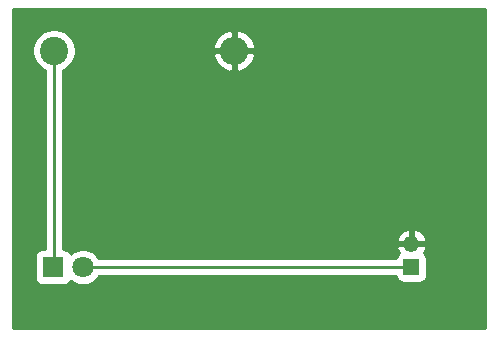
<source format=gbr>
%TF.GenerationSoftware,KiCad,Pcbnew,(5.1.6)-1*%
%TF.CreationDate,2022-01-09T20:52:29+09:00*%
%TF.ProjectId,kicad_exam01,6b696361-645f-4657-9861-6d30312e6b69,rev?*%
%TF.SameCoordinates,Original*%
%TF.FileFunction,Copper,L1,Top*%
%TF.FilePolarity,Positive*%
%FSLAX46Y46*%
G04 Gerber Fmt 4.6, Leading zero omitted, Abs format (unit mm)*
G04 Created by KiCad (PCBNEW (5.1.6)-1) date 2022-01-09 20:52:29*
%MOMM*%
%LPD*%
G01*
G04 APERTURE LIST*
%TA.AperFunction,ComponentPad*%
%ADD10R,1.800000X1.800000*%
%TD*%
%TA.AperFunction,ComponentPad*%
%ADD11C,1.800000*%
%TD*%
%TA.AperFunction,ComponentPad*%
%ADD12R,1.350000X1.350000*%
%TD*%
%TA.AperFunction,ComponentPad*%
%ADD13O,1.350000X1.350000*%
%TD*%
%TA.AperFunction,ComponentPad*%
%ADD14C,2.400000*%
%TD*%
%TA.AperFunction,ComponentPad*%
%ADD15O,2.400000X2.400000*%
%TD*%
%TA.AperFunction,Conductor*%
%ADD16C,0.250000*%
%TD*%
%TA.AperFunction,Conductor*%
%ADD17C,0.254000*%
%TD*%
G04 APERTURE END LIST*
D10*
%TO.P,D1,1*%
%TO.N,Net-(D1-Pad1)*%
X121234200Y-115138200D03*
D11*
%TO.P,D1,2*%
%TO.N,+5V*%
X123774200Y-115138200D03*
%TD*%
D12*
%TO.P,J1,1*%
%TO.N,+5V*%
X151587200Y-115138200D03*
D13*
%TO.P,J1,2*%
%TO.N,GND*%
X151587200Y-113138200D03*
%TD*%
D14*
%TO.P,R1,1*%
%TO.N,Net-(D1-Pad1)*%
X121335800Y-96799400D03*
D15*
%TO.P,R1,2*%
%TO.N,GND*%
X136575800Y-96799400D03*
%TD*%
D16*
%TO.N,Net-(D1-Pad1)*%
X121335800Y-115036600D02*
X121234200Y-115138200D01*
X121335800Y-96799400D02*
X121335800Y-115036600D01*
%TO.N,+5V*%
X123774200Y-115138200D02*
X151587200Y-115138200D01*
%TO.N,GND*%
X136601200Y-96774000D02*
X136575800Y-96799400D01*
%TD*%
D17*
%TO.N,GND*%
G36*
X157784800Y-120319800D02*
G01*
X117881400Y-120319800D01*
X117881400Y-96618668D01*
X119500800Y-96618668D01*
X119500800Y-96980132D01*
X119571318Y-97334650D01*
X119709644Y-97668599D01*
X119910462Y-97969144D01*
X120166056Y-98224738D01*
X120466601Y-98425556D01*
X120575800Y-98470788D01*
X120575801Y-113600128D01*
X120334200Y-113600128D01*
X120209718Y-113612388D01*
X120090020Y-113648698D01*
X119979706Y-113707663D01*
X119883015Y-113787015D01*
X119803663Y-113883706D01*
X119744698Y-113994020D01*
X119708388Y-114113718D01*
X119696128Y-114238200D01*
X119696128Y-116038200D01*
X119708388Y-116162682D01*
X119744698Y-116282380D01*
X119803663Y-116392694D01*
X119883015Y-116489385D01*
X119979706Y-116568737D01*
X120090020Y-116627702D01*
X120209718Y-116664012D01*
X120334200Y-116676272D01*
X122134200Y-116676272D01*
X122258682Y-116664012D01*
X122378380Y-116627702D01*
X122488694Y-116568737D01*
X122585385Y-116489385D01*
X122664737Y-116392694D01*
X122723702Y-116282380D01*
X122729256Y-116264073D01*
X122795695Y-116330512D01*
X123047105Y-116498499D01*
X123326457Y-116614211D01*
X123623016Y-116673200D01*
X123925384Y-116673200D01*
X124221943Y-116614211D01*
X124501295Y-116498499D01*
X124752705Y-116330512D01*
X124966512Y-116116705D01*
X125112513Y-115898200D01*
X150282499Y-115898200D01*
X150286388Y-115937682D01*
X150322698Y-116057380D01*
X150381663Y-116167694D01*
X150461015Y-116264385D01*
X150557706Y-116343737D01*
X150668020Y-116402702D01*
X150787718Y-116439012D01*
X150912200Y-116451272D01*
X152262200Y-116451272D01*
X152386682Y-116439012D01*
X152506380Y-116402702D01*
X152616694Y-116343737D01*
X152713385Y-116264385D01*
X152792737Y-116167694D01*
X152851702Y-116057380D01*
X152888012Y-115937682D01*
X152900272Y-115813200D01*
X152900272Y-114463200D01*
X152888012Y-114338718D01*
X152851702Y-114219020D01*
X152792737Y-114108706D01*
X152713385Y-114012015D01*
X152619641Y-113935081D01*
X152716673Y-113801829D01*
X152824438Y-113568728D01*
X152855110Y-113467600D01*
X152731424Y-113265200D01*
X151714200Y-113265200D01*
X151714200Y-113285200D01*
X151460200Y-113285200D01*
X151460200Y-113265200D01*
X150442976Y-113265200D01*
X150319290Y-113467600D01*
X150349962Y-113568728D01*
X150457727Y-113801829D01*
X150554759Y-113935081D01*
X150461015Y-114012015D01*
X150381663Y-114108706D01*
X150322698Y-114219020D01*
X150286388Y-114338718D01*
X150282499Y-114378200D01*
X125112513Y-114378200D01*
X124966512Y-114159695D01*
X124752705Y-113945888D01*
X124501295Y-113777901D01*
X124221943Y-113662189D01*
X123925384Y-113603200D01*
X123623016Y-113603200D01*
X123326457Y-113662189D01*
X123047105Y-113777901D01*
X122795695Y-113945888D01*
X122729256Y-114012327D01*
X122723702Y-113994020D01*
X122664737Y-113883706D01*
X122585385Y-113787015D01*
X122488694Y-113707663D01*
X122378380Y-113648698D01*
X122258682Y-113612388D01*
X122134200Y-113600128D01*
X122095800Y-113600128D01*
X122095800Y-112808800D01*
X150319290Y-112808800D01*
X150442976Y-113011200D01*
X151460200Y-113011200D01*
X151460200Y-111993115D01*
X151714200Y-111993115D01*
X151714200Y-113011200D01*
X152731424Y-113011200D01*
X152855110Y-112808800D01*
X152824438Y-112707672D01*
X152716673Y-112474571D01*
X152565503Y-112266973D01*
X152376737Y-112092856D01*
X152157630Y-111958911D01*
X151916601Y-111870285D01*
X151714200Y-111993115D01*
X151460200Y-111993115D01*
X151257799Y-111870285D01*
X151016770Y-111958911D01*
X150797663Y-112092856D01*
X150608897Y-112266973D01*
X150457727Y-112474571D01*
X150349962Y-112707672D01*
X150319290Y-112808800D01*
X122095800Y-112808800D01*
X122095800Y-98470788D01*
X122204999Y-98425556D01*
X122505544Y-98224738D01*
X122761138Y-97969144D01*
X122961956Y-97668599D01*
X123100282Y-97334650D01*
X123124836Y-97211205D01*
X134787605Y-97211205D01*
X134860179Y-97450466D01*
X135020161Y-97772657D01*
X135239925Y-98057446D01*
X135511026Y-98293889D01*
X135823046Y-98472900D01*
X136163994Y-98587599D01*
X136448800Y-98471254D01*
X136448800Y-96926400D01*
X136702800Y-96926400D01*
X136702800Y-98471254D01*
X136987606Y-98587599D01*
X137328554Y-98472900D01*
X137640574Y-98293889D01*
X137911675Y-98057446D01*
X138131439Y-97772657D01*
X138291421Y-97450466D01*
X138363995Y-97211205D01*
X138247232Y-96926400D01*
X136702800Y-96926400D01*
X136448800Y-96926400D01*
X134904368Y-96926400D01*
X134787605Y-97211205D01*
X123124836Y-97211205D01*
X123170800Y-96980132D01*
X123170800Y-96618668D01*
X123124837Y-96387595D01*
X134787605Y-96387595D01*
X134904368Y-96672400D01*
X136448800Y-96672400D01*
X136448800Y-95127546D01*
X136702800Y-95127546D01*
X136702800Y-96672400D01*
X138247232Y-96672400D01*
X138363995Y-96387595D01*
X138291421Y-96148334D01*
X138131439Y-95826143D01*
X137911675Y-95541354D01*
X137640574Y-95304911D01*
X137328554Y-95125900D01*
X136987606Y-95011201D01*
X136702800Y-95127546D01*
X136448800Y-95127546D01*
X136163994Y-95011201D01*
X135823046Y-95125900D01*
X135511026Y-95304911D01*
X135239925Y-95541354D01*
X135020161Y-95826143D01*
X134860179Y-96148334D01*
X134787605Y-96387595D01*
X123124837Y-96387595D01*
X123100282Y-96264150D01*
X122961956Y-95930201D01*
X122761138Y-95629656D01*
X122505544Y-95374062D01*
X122204999Y-95173244D01*
X121871050Y-95034918D01*
X121516532Y-94964400D01*
X121155068Y-94964400D01*
X120800550Y-95034918D01*
X120466601Y-95173244D01*
X120166056Y-95374062D01*
X119910462Y-95629656D01*
X119709644Y-95930201D01*
X119571318Y-96264150D01*
X119500800Y-96618668D01*
X117881400Y-96618668D01*
X117881400Y-93294200D01*
X157784800Y-93294200D01*
X157784800Y-120319800D01*
G37*
X157784800Y-120319800D02*
X117881400Y-120319800D01*
X117881400Y-96618668D01*
X119500800Y-96618668D01*
X119500800Y-96980132D01*
X119571318Y-97334650D01*
X119709644Y-97668599D01*
X119910462Y-97969144D01*
X120166056Y-98224738D01*
X120466601Y-98425556D01*
X120575800Y-98470788D01*
X120575801Y-113600128D01*
X120334200Y-113600128D01*
X120209718Y-113612388D01*
X120090020Y-113648698D01*
X119979706Y-113707663D01*
X119883015Y-113787015D01*
X119803663Y-113883706D01*
X119744698Y-113994020D01*
X119708388Y-114113718D01*
X119696128Y-114238200D01*
X119696128Y-116038200D01*
X119708388Y-116162682D01*
X119744698Y-116282380D01*
X119803663Y-116392694D01*
X119883015Y-116489385D01*
X119979706Y-116568737D01*
X120090020Y-116627702D01*
X120209718Y-116664012D01*
X120334200Y-116676272D01*
X122134200Y-116676272D01*
X122258682Y-116664012D01*
X122378380Y-116627702D01*
X122488694Y-116568737D01*
X122585385Y-116489385D01*
X122664737Y-116392694D01*
X122723702Y-116282380D01*
X122729256Y-116264073D01*
X122795695Y-116330512D01*
X123047105Y-116498499D01*
X123326457Y-116614211D01*
X123623016Y-116673200D01*
X123925384Y-116673200D01*
X124221943Y-116614211D01*
X124501295Y-116498499D01*
X124752705Y-116330512D01*
X124966512Y-116116705D01*
X125112513Y-115898200D01*
X150282499Y-115898200D01*
X150286388Y-115937682D01*
X150322698Y-116057380D01*
X150381663Y-116167694D01*
X150461015Y-116264385D01*
X150557706Y-116343737D01*
X150668020Y-116402702D01*
X150787718Y-116439012D01*
X150912200Y-116451272D01*
X152262200Y-116451272D01*
X152386682Y-116439012D01*
X152506380Y-116402702D01*
X152616694Y-116343737D01*
X152713385Y-116264385D01*
X152792737Y-116167694D01*
X152851702Y-116057380D01*
X152888012Y-115937682D01*
X152900272Y-115813200D01*
X152900272Y-114463200D01*
X152888012Y-114338718D01*
X152851702Y-114219020D01*
X152792737Y-114108706D01*
X152713385Y-114012015D01*
X152619641Y-113935081D01*
X152716673Y-113801829D01*
X152824438Y-113568728D01*
X152855110Y-113467600D01*
X152731424Y-113265200D01*
X151714200Y-113265200D01*
X151714200Y-113285200D01*
X151460200Y-113285200D01*
X151460200Y-113265200D01*
X150442976Y-113265200D01*
X150319290Y-113467600D01*
X150349962Y-113568728D01*
X150457727Y-113801829D01*
X150554759Y-113935081D01*
X150461015Y-114012015D01*
X150381663Y-114108706D01*
X150322698Y-114219020D01*
X150286388Y-114338718D01*
X150282499Y-114378200D01*
X125112513Y-114378200D01*
X124966512Y-114159695D01*
X124752705Y-113945888D01*
X124501295Y-113777901D01*
X124221943Y-113662189D01*
X123925384Y-113603200D01*
X123623016Y-113603200D01*
X123326457Y-113662189D01*
X123047105Y-113777901D01*
X122795695Y-113945888D01*
X122729256Y-114012327D01*
X122723702Y-113994020D01*
X122664737Y-113883706D01*
X122585385Y-113787015D01*
X122488694Y-113707663D01*
X122378380Y-113648698D01*
X122258682Y-113612388D01*
X122134200Y-113600128D01*
X122095800Y-113600128D01*
X122095800Y-112808800D01*
X150319290Y-112808800D01*
X150442976Y-113011200D01*
X151460200Y-113011200D01*
X151460200Y-111993115D01*
X151714200Y-111993115D01*
X151714200Y-113011200D01*
X152731424Y-113011200D01*
X152855110Y-112808800D01*
X152824438Y-112707672D01*
X152716673Y-112474571D01*
X152565503Y-112266973D01*
X152376737Y-112092856D01*
X152157630Y-111958911D01*
X151916601Y-111870285D01*
X151714200Y-111993115D01*
X151460200Y-111993115D01*
X151257799Y-111870285D01*
X151016770Y-111958911D01*
X150797663Y-112092856D01*
X150608897Y-112266973D01*
X150457727Y-112474571D01*
X150349962Y-112707672D01*
X150319290Y-112808800D01*
X122095800Y-112808800D01*
X122095800Y-98470788D01*
X122204999Y-98425556D01*
X122505544Y-98224738D01*
X122761138Y-97969144D01*
X122961956Y-97668599D01*
X123100282Y-97334650D01*
X123124836Y-97211205D01*
X134787605Y-97211205D01*
X134860179Y-97450466D01*
X135020161Y-97772657D01*
X135239925Y-98057446D01*
X135511026Y-98293889D01*
X135823046Y-98472900D01*
X136163994Y-98587599D01*
X136448800Y-98471254D01*
X136448800Y-96926400D01*
X136702800Y-96926400D01*
X136702800Y-98471254D01*
X136987606Y-98587599D01*
X137328554Y-98472900D01*
X137640574Y-98293889D01*
X137911675Y-98057446D01*
X138131439Y-97772657D01*
X138291421Y-97450466D01*
X138363995Y-97211205D01*
X138247232Y-96926400D01*
X136702800Y-96926400D01*
X136448800Y-96926400D01*
X134904368Y-96926400D01*
X134787605Y-97211205D01*
X123124836Y-97211205D01*
X123170800Y-96980132D01*
X123170800Y-96618668D01*
X123124837Y-96387595D01*
X134787605Y-96387595D01*
X134904368Y-96672400D01*
X136448800Y-96672400D01*
X136448800Y-95127546D01*
X136702800Y-95127546D01*
X136702800Y-96672400D01*
X138247232Y-96672400D01*
X138363995Y-96387595D01*
X138291421Y-96148334D01*
X138131439Y-95826143D01*
X137911675Y-95541354D01*
X137640574Y-95304911D01*
X137328554Y-95125900D01*
X136987606Y-95011201D01*
X136702800Y-95127546D01*
X136448800Y-95127546D01*
X136163994Y-95011201D01*
X135823046Y-95125900D01*
X135511026Y-95304911D01*
X135239925Y-95541354D01*
X135020161Y-95826143D01*
X134860179Y-96148334D01*
X134787605Y-96387595D01*
X123124837Y-96387595D01*
X123100282Y-96264150D01*
X122961956Y-95930201D01*
X122761138Y-95629656D01*
X122505544Y-95374062D01*
X122204999Y-95173244D01*
X121871050Y-95034918D01*
X121516532Y-94964400D01*
X121155068Y-94964400D01*
X120800550Y-95034918D01*
X120466601Y-95173244D01*
X120166056Y-95374062D01*
X119910462Y-95629656D01*
X119709644Y-95930201D01*
X119571318Y-96264150D01*
X119500800Y-96618668D01*
X117881400Y-96618668D01*
X117881400Y-93294200D01*
X157784800Y-93294200D01*
X157784800Y-120319800D01*
%TD*%
M02*

</source>
